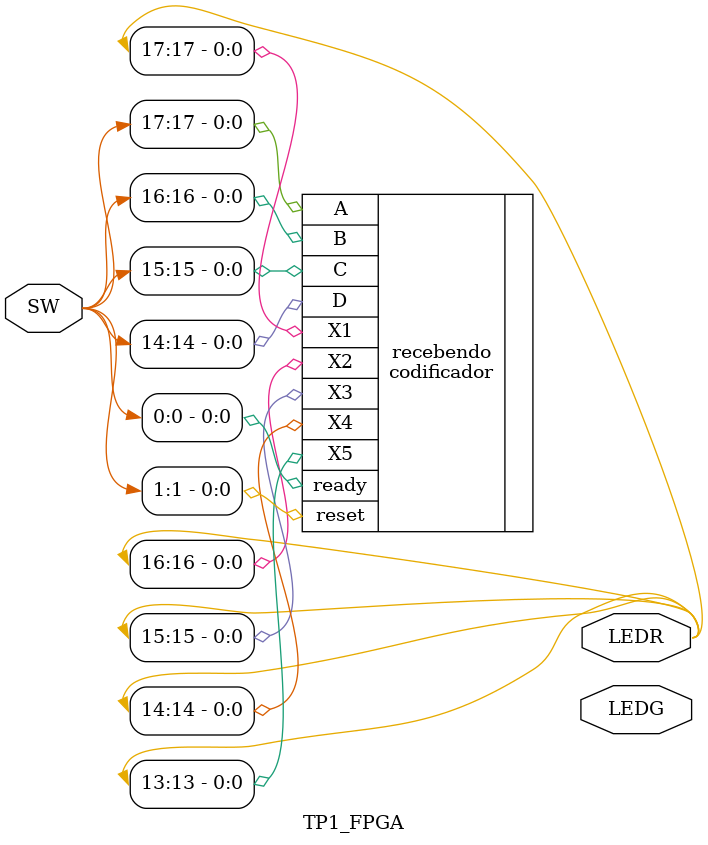
<source format=v>


module TP1_FPGA(

	//////////// LED //////////
	LEDG,
	LEDR,

	//////////// SW //////////
	SW 
);

//=======================================================
//  PARAMETER declarations
//=======================================================


//=======================================================
//  PORT declarations
//=======================================================

//////////// LED //////////
output		     [8:0]		LEDG;
output		    [17:0]		LEDR;

//////////// SW //////////
input 		    [17:0]		SW;


//=======================================================
//  REG/WIRE declarations
//=======================================================




//=======================================================
//  Structural coding
//=======================================================

codificador recebendo (.A(SW[17]), .B(SW[16]), .C(SW[15]), .D(SW[14]), .reset(SW[1]), .ready(SW[0]), .X1(LEDR[17]), .X2(LEDR[16]), .X3(LEDR[15]), .X4(LEDR[14]), .X5(LEDR[13]));

endmodule

</source>
